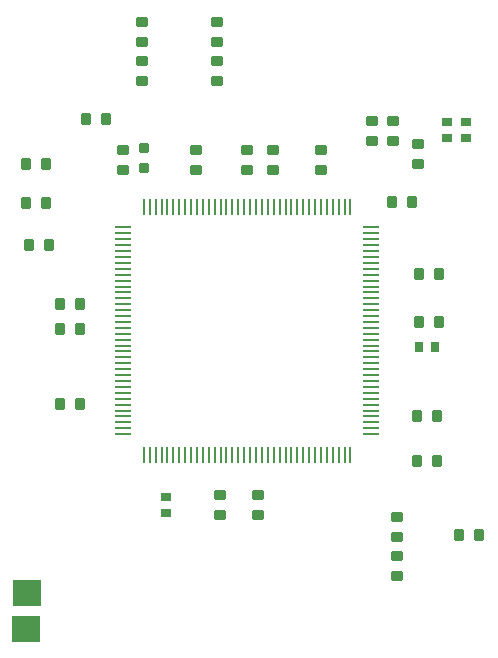
<source format=gtp>
G04*
G04 #@! TF.GenerationSoftware,Altium Limited,Altium Designer,18.1.9 (240)*
G04*
G04 Layer_Color=8421504*
%FSLAX25Y25*%
%MOIN*%
G70*
G01*
G75*
%ADD18R,0.09606X0.08661*%
%ADD19R,0.03740X0.02953*%
%ADD20R,0.02953X0.03740*%
G04:AMPARAMS|DCode=21|XSize=39.37mil|YSize=35.43mil|CornerRadius=4.43mil|HoleSize=0mil|Usage=FLASHONLY|Rotation=270.000|XOffset=0mil|YOffset=0mil|HoleType=Round|Shape=RoundedRectangle|*
%AMROUNDEDRECTD21*
21,1,0.03937,0.02657,0,0,270.0*
21,1,0.03051,0.03543,0,0,270.0*
1,1,0.00886,-0.01329,-0.01526*
1,1,0.00886,-0.01329,0.01526*
1,1,0.00886,0.01329,0.01526*
1,1,0.00886,0.01329,-0.01526*
%
%ADD21ROUNDEDRECTD21*%
G04:AMPARAMS|DCode=22|XSize=31.5mil|YSize=31.5mil|CornerRadius=3.94mil|HoleSize=0mil|Usage=FLASHONLY|Rotation=270.000|XOffset=0mil|YOffset=0mil|HoleType=Round|Shape=RoundedRectangle|*
%AMROUNDEDRECTD22*
21,1,0.03150,0.02362,0,0,270.0*
21,1,0.02362,0.03150,0,0,270.0*
1,1,0.00787,-0.01181,-0.01181*
1,1,0.00787,-0.01181,0.01181*
1,1,0.00787,0.01181,0.01181*
1,1,0.00787,0.01181,-0.01181*
%
%ADD22ROUNDEDRECTD22*%
%ADD23R,0.02500X0.05000*%
G04:AMPARAMS|DCode=24|XSize=39.37mil|YSize=35.43mil|CornerRadius=4.43mil|HoleSize=0mil|Usage=FLASHONLY|Rotation=0.000|XOffset=0mil|YOffset=0mil|HoleType=Round|Shape=RoundedRectangle|*
%AMROUNDEDRECTD24*
21,1,0.03937,0.02657,0,0,0.0*
21,1,0.03051,0.03543,0,0,0.0*
1,1,0.00886,0.01526,-0.01329*
1,1,0.00886,-0.01526,-0.01329*
1,1,0.00886,-0.01526,0.01329*
1,1,0.00886,0.01526,0.01329*
%
%ADD24ROUNDEDRECTD24*%
%ADD25O,0.05802X0.00684*%
%ADD26O,0.00684X0.05802*%
D18*
X127500Y148000D02*
D03*
X127378Y136000D02*
D03*
D19*
X174000Y180256D02*
D03*
Y174744D02*
D03*
X267500Y299744D02*
D03*
Y305256D02*
D03*
X274000Y299744D02*
D03*
Y305256D02*
D03*
D20*
X258244Y230000D02*
D03*
X263756D02*
D03*
D21*
X147153Y306000D02*
D03*
X153847D02*
D03*
X127154Y291000D02*
D03*
X133846D02*
D03*
X127154Y278000D02*
D03*
X133846D02*
D03*
X249153Y278500D02*
D03*
X255847D02*
D03*
X257653Y192000D02*
D03*
X264347D02*
D03*
X128154Y264000D02*
D03*
X134846D02*
D03*
X278346Y167500D02*
D03*
X271654D02*
D03*
X264846Y254500D02*
D03*
X258154D02*
D03*
X138654Y244500D02*
D03*
X145346D02*
D03*
X138654Y236000D02*
D03*
X145346D02*
D03*
X138654Y211000D02*
D03*
X145346D02*
D03*
X264347Y207000D02*
D03*
X257653D02*
D03*
X264846Y238500D02*
D03*
X258154D02*
D03*
D22*
X166500Y289653D02*
D03*
Y296346D02*
D03*
D23*
X129122Y148000D02*
D03*
X125878D02*
D03*
X129000Y136000D02*
D03*
X125757D02*
D03*
D24*
X191000Y331653D02*
D03*
Y338347D02*
D03*
X166000Y331653D02*
D03*
Y338347D02*
D03*
X191000Y318653D02*
D03*
Y325346D02*
D03*
X166000Y318807D02*
D03*
Y325500D02*
D03*
X251000Y173346D02*
D03*
Y166654D02*
D03*
Y160346D02*
D03*
Y153654D02*
D03*
X159500Y289154D02*
D03*
Y295847D02*
D03*
X258000Y297847D02*
D03*
Y291154D02*
D03*
X242500Y305346D02*
D03*
Y298654D02*
D03*
X249500Y305346D02*
D03*
Y298654D02*
D03*
X209500Y295847D02*
D03*
Y289154D02*
D03*
X204500Y174153D02*
D03*
Y180847D02*
D03*
X192000Y174153D02*
D03*
Y180847D02*
D03*
X225500Y295847D02*
D03*
Y289154D02*
D03*
X201000Y295847D02*
D03*
Y289154D02*
D03*
X184000Y295847D02*
D03*
Y289154D02*
D03*
D25*
X242437Y201051D02*
D03*
Y203020D02*
D03*
Y204988D02*
D03*
Y206957D02*
D03*
Y208925D02*
D03*
Y210894D02*
D03*
Y212862D02*
D03*
Y214831D02*
D03*
Y216799D02*
D03*
Y218768D02*
D03*
Y220736D02*
D03*
Y222705D02*
D03*
Y224673D02*
D03*
Y226642D02*
D03*
Y228610D02*
D03*
Y230579D02*
D03*
Y232547D02*
D03*
Y234516D02*
D03*
Y236484D02*
D03*
Y238453D02*
D03*
Y240421D02*
D03*
Y242390D02*
D03*
Y244358D02*
D03*
Y246327D02*
D03*
Y248295D02*
D03*
Y250264D02*
D03*
Y252232D02*
D03*
Y254201D02*
D03*
Y256169D02*
D03*
Y258138D02*
D03*
Y260106D02*
D03*
Y262075D02*
D03*
Y264043D02*
D03*
Y266012D02*
D03*
Y267980D02*
D03*
Y269949D02*
D03*
X159563D02*
D03*
Y267980D02*
D03*
Y266012D02*
D03*
Y264043D02*
D03*
Y262075D02*
D03*
Y260106D02*
D03*
Y258138D02*
D03*
Y256169D02*
D03*
Y254201D02*
D03*
Y252232D02*
D03*
Y250264D02*
D03*
Y248295D02*
D03*
Y246327D02*
D03*
Y244358D02*
D03*
Y242390D02*
D03*
Y240421D02*
D03*
Y238453D02*
D03*
Y236484D02*
D03*
Y234516D02*
D03*
Y232547D02*
D03*
Y230579D02*
D03*
Y228610D02*
D03*
Y226642D02*
D03*
Y224673D02*
D03*
Y222705D02*
D03*
Y220736D02*
D03*
Y218768D02*
D03*
Y216799D02*
D03*
Y214831D02*
D03*
Y212862D02*
D03*
Y210894D02*
D03*
Y208925D02*
D03*
Y206957D02*
D03*
Y204988D02*
D03*
Y203020D02*
D03*
Y201051D02*
D03*
D26*
X235449Y276937D02*
D03*
X233480D02*
D03*
X231512D02*
D03*
X229543D02*
D03*
X227575D02*
D03*
X225606D02*
D03*
X223638D02*
D03*
X221669D02*
D03*
X219701D02*
D03*
X217732D02*
D03*
X215764D02*
D03*
X213795D02*
D03*
X211827D02*
D03*
X209858D02*
D03*
X207890D02*
D03*
X205921D02*
D03*
X203953D02*
D03*
X201984D02*
D03*
X200016D02*
D03*
X198047D02*
D03*
X196079D02*
D03*
X194110D02*
D03*
X192142D02*
D03*
X190173D02*
D03*
X188205D02*
D03*
X186236D02*
D03*
X184268D02*
D03*
X182299D02*
D03*
X180331D02*
D03*
X178362D02*
D03*
X176394D02*
D03*
X174425D02*
D03*
X172457D02*
D03*
X170488D02*
D03*
X168520D02*
D03*
X166551D02*
D03*
Y194063D02*
D03*
X168520D02*
D03*
X170488D02*
D03*
X172457D02*
D03*
X174425D02*
D03*
X176394D02*
D03*
X178362D02*
D03*
X180331D02*
D03*
X182299D02*
D03*
X184268D02*
D03*
X186236D02*
D03*
X188205D02*
D03*
X190173D02*
D03*
X192142D02*
D03*
X194110D02*
D03*
X196079D02*
D03*
X198047D02*
D03*
X200016D02*
D03*
X201984D02*
D03*
X203953D02*
D03*
X205921D02*
D03*
X207890D02*
D03*
X209858D02*
D03*
X211827D02*
D03*
X213795D02*
D03*
X215764D02*
D03*
X217732D02*
D03*
X219701D02*
D03*
X221669D02*
D03*
X223638D02*
D03*
X225606D02*
D03*
X227575D02*
D03*
X229543D02*
D03*
X231512D02*
D03*
X233480D02*
D03*
X235449D02*
D03*
M02*

</source>
